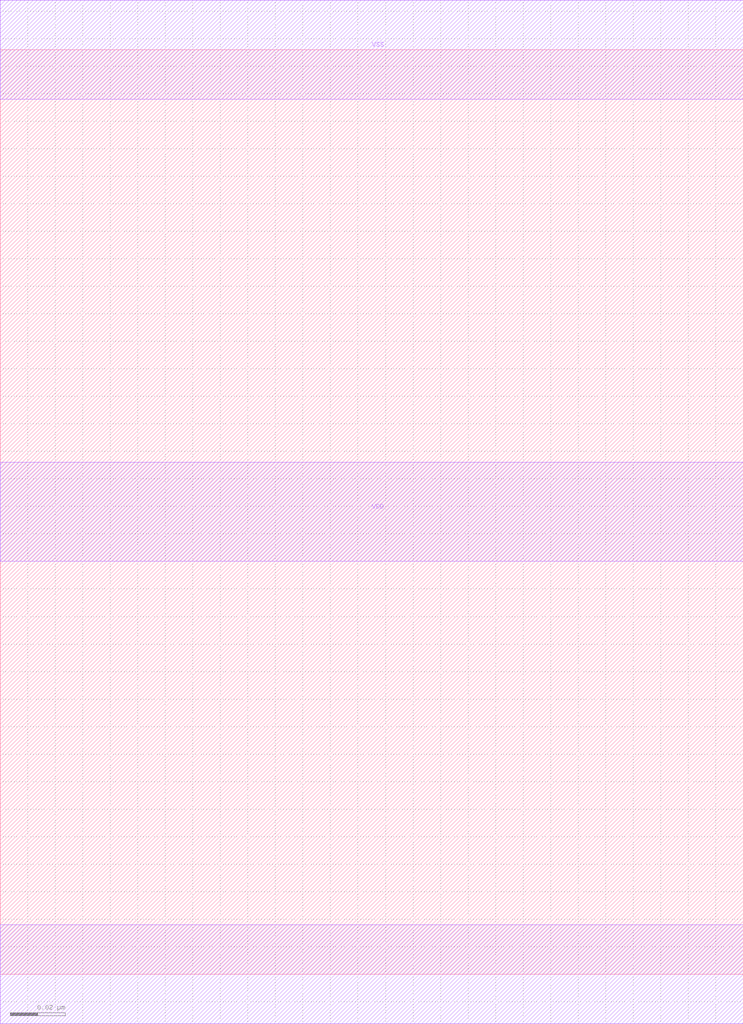
<source format=lef>
VERSION 5.8 ;
BUSBITCHARS "[]" ;
DIVIDERCHAR "/" ;
CLEARANCEMEASURE EUCLIDEAN ;
MACRO POWERTAP_6CPP_VDD_7T_3F_45CPP_24M0P_30M1P_24M2P_2MPO_ET_M0
  CLASS CORE ;
  ORIGIN 0 0 ;
  FOREIGN POWERTAP_6CPP_VDD_7T_3F_45CPP_24M0P_30M1P_24M2P_2MPO_ET_M0 ;
  SIZE 0.270 BY 0.336 ;
  SYMMETRY X Y ;
  SITE coresite ;
  PIN VSS
    DIRECTION INOUT ;
    USE GROUND ;
    SHAPE ABUTMENT ;
    PORT
      LAYER M0 ;
        RECT 0.000 -0.018 0.270 0.018 ;
        RECT 0.000 0.318 0.270 0.354 ;
    END
  END VSS
  PIN VDD
    DIRECTION INOUT ;
    USE POWER ;
    SHAPE ABUTMENT ;
    PORT
      LAYER M0 ;
        RECT 0.000 0.150 0.270 0.186 ;
    END
  END VDD
END POWERTAP_6CPP_VDD_7T_3F_45CPP_24M0P_30M1P_24M2P_2MPO_ET_M0

MACRO POWERTAP_6CPP_VSS_7T_3F_45CPP_24M0P_30M1P_24M2P_2MPO_ET_M0
  CLASS CORE ;
  ORIGIN 0 0 ;
  FOREIGN POWERTAP_6CPP_VSS_7T_3F_45CPP_24M0P_30M1P_24M2P_2MPO_ET_M0 ;
  SIZE 0.270 BY 0.336 ;
  SYMMETRY X Y ;
  SITE coresite ;
  PIN VDD
    DIRECTION INOUT ;
    USE POWER ;
    SHAPE ABUTMENT ;
    PORT
      LAYER M0 ;
        RECT 0.000 -0.018 0.270 0.018 ;
        RECT 0.000 0.318 0.270 0.354 ;
    END
  END VDD
  PIN VSS
    DIRECTION INOUT ;
    USE GROUND ;
    SHAPE ABUTMENT ;
    PORT
      LAYER M0 ;
        RECT 0.000 0.150 0.270 0.186 ;
    END
  END VSS
END POWERTAP_6CPP_VSS_7T_3F_45CPP_24M0P_30M1P_24M2P_2MPO_ET_M0

</source>
